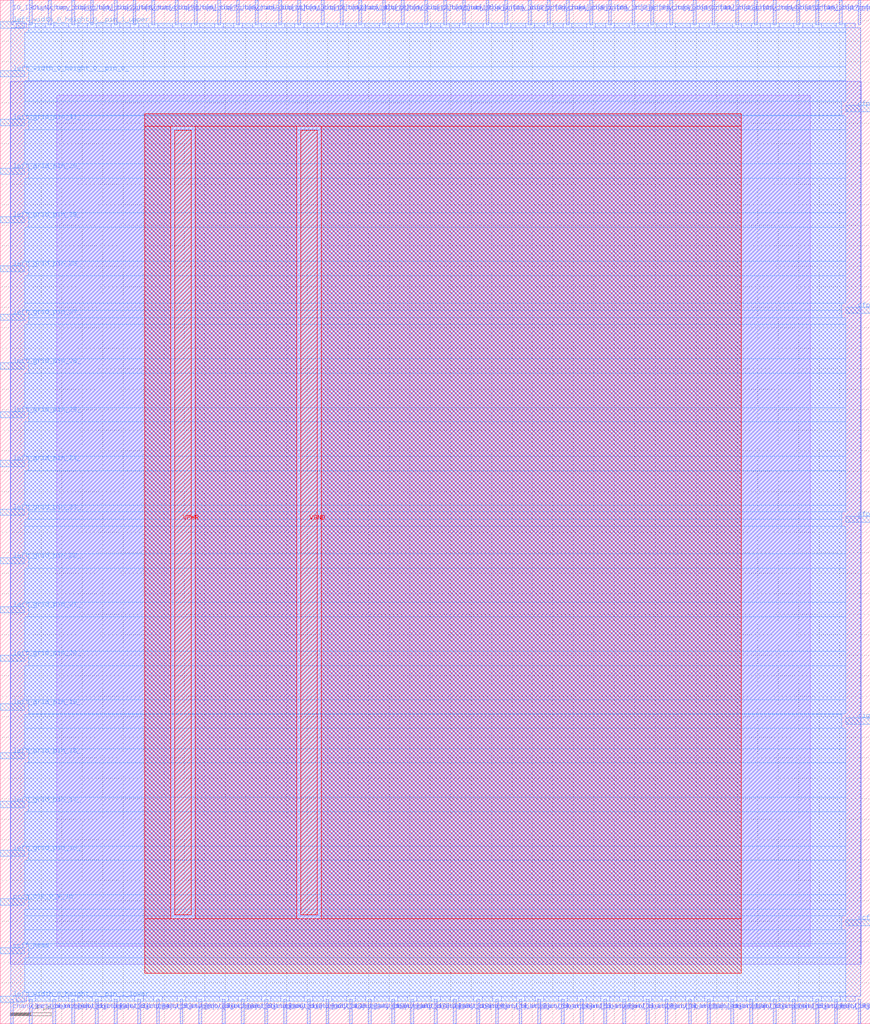
<source format=lef>
VERSION 5.7 ;
  NOWIREEXTENSIONATPIN ON ;
  DIVIDERCHAR "/" ;
  BUSBITCHARS "[]" ;
MACRO cby_2__1_
  CLASS BLOCK ;
  FOREIGN cby_2__1_ ;
  ORIGIN 0.000 0.000 ;
  SIZE 85.000 BY 100.000 ;
  PIN IO_ISOL_N
    DIRECTION INPUT ;
    PORT
      LAYER met2 ;
        RECT 1.010 97.600 1.290 100.000 ;
    END
  END IO_ISOL_N
  PIN ccff_head
    DIRECTION INPUT ;
    PORT
      LAYER met3 ;
        RECT 0.000 6.840 2.400 7.440 ;
    END
  END ccff_head
  PIN ccff_tail
    DIRECTION OUTPUT TRISTATE ;
    PORT
      LAYER met3 ;
        RECT 82.600 9.560 85.000 10.160 ;
    END
  END ccff_tail
  PIN chany_bottom_in[0]
    DIRECTION INPUT ;
    PORT
      LAYER met2 ;
        RECT 42.410 0.000 42.690 2.400 ;
    END
  END chany_bottom_in[0]
  PIN chany_bottom_in[10]
    DIRECTION INPUT ;
    PORT
      LAYER met2 ;
        RECT 63.110 0.000 63.390 2.400 ;
    END
  END chany_bottom_in[10]
  PIN chany_bottom_in[11]
    DIRECTION INPUT ;
    PORT
      LAYER met2 ;
        RECT 64.950 0.000 65.230 2.400 ;
    END
  END chany_bottom_in[11]
  PIN chany_bottom_in[12]
    DIRECTION INPUT ;
    PORT
      LAYER met2 ;
        RECT 67.250 0.000 67.530 2.400 ;
    END
  END chany_bottom_in[12]
  PIN chany_bottom_in[13]
    DIRECTION INPUT ;
    PORT
      LAYER met2 ;
        RECT 69.090 0.000 69.370 2.400 ;
    END
  END chany_bottom_in[13]
  PIN chany_bottom_in[14]
    DIRECTION INPUT ;
    PORT
      LAYER met2 ;
        RECT 71.390 0.000 71.670 2.400 ;
    END
  END chany_bottom_in[14]
  PIN chany_bottom_in[15]
    DIRECTION INPUT ;
    PORT
      LAYER met2 ;
        RECT 73.230 0.000 73.510 2.400 ;
    END
  END chany_bottom_in[15]
  PIN chany_bottom_in[16]
    DIRECTION INPUT ;
    PORT
      LAYER met2 ;
        RECT 75.530 0.000 75.810 2.400 ;
    END
  END chany_bottom_in[16]
  PIN chany_bottom_in[17]
    DIRECTION INPUT ;
    PORT
      LAYER met2 ;
        RECT 77.370 0.000 77.650 2.400 ;
    END
  END chany_bottom_in[17]
  PIN chany_bottom_in[18]
    DIRECTION INPUT ;
    PORT
      LAYER met2 ;
        RECT 79.670 0.000 79.950 2.400 ;
    END
  END chany_bottom_in[18]
  PIN chany_bottom_in[19]
    DIRECTION INPUT ;
    PORT
      LAYER met2 ;
        RECT 81.510 0.000 81.790 2.400 ;
    END
  END chany_bottom_in[19]
  PIN chany_bottom_in[1]
    DIRECTION INPUT ;
    PORT
      LAYER met2 ;
        RECT 44.250 0.000 44.530 2.400 ;
    END
  END chany_bottom_in[1]
  PIN chany_bottom_in[2]
    DIRECTION INPUT ;
    PORT
      LAYER met2 ;
        RECT 46.550 0.000 46.830 2.400 ;
    END
  END chany_bottom_in[2]
  PIN chany_bottom_in[3]
    DIRECTION INPUT ;
    PORT
      LAYER met2 ;
        RECT 48.390 0.000 48.670 2.400 ;
    END
  END chany_bottom_in[3]
  PIN chany_bottom_in[4]
    DIRECTION INPUT ;
    PORT
      LAYER met2 ;
        RECT 50.690 0.000 50.970 2.400 ;
    END
  END chany_bottom_in[4]
  PIN chany_bottom_in[5]
    DIRECTION INPUT ;
    PORT
      LAYER met2 ;
        RECT 52.530 0.000 52.810 2.400 ;
    END
  END chany_bottom_in[5]
  PIN chany_bottom_in[6]
    DIRECTION INPUT ;
    PORT
      LAYER met2 ;
        RECT 54.830 0.000 55.110 2.400 ;
    END
  END chany_bottom_in[6]
  PIN chany_bottom_in[7]
    DIRECTION INPUT ;
    PORT
      LAYER met2 ;
        RECT 56.670 0.000 56.950 2.400 ;
    END
  END chany_bottom_in[7]
  PIN chany_bottom_in[8]
    DIRECTION INPUT ;
    PORT
      LAYER met2 ;
        RECT 58.970 0.000 59.250 2.400 ;
    END
  END chany_bottom_in[8]
  PIN chany_bottom_in[9]
    DIRECTION INPUT ;
    PORT
      LAYER met2 ;
        RECT 60.810 0.000 61.090 2.400 ;
    END
  END chany_bottom_in[9]
  PIN chany_bottom_out[0]
    DIRECTION OUTPUT TRISTATE ;
    PORT
      LAYER met2 ;
        RECT 1.010 0.000 1.290 2.400 ;
    END
  END chany_bottom_out[0]
  PIN chany_bottom_out[10]
    DIRECTION OUTPUT TRISTATE ;
    PORT
      LAYER met2 ;
        RECT 21.710 0.000 21.990 2.400 ;
    END
  END chany_bottom_out[10]
  PIN chany_bottom_out[11]
    DIRECTION OUTPUT TRISTATE ;
    PORT
      LAYER met2 ;
        RECT 23.550 0.000 23.830 2.400 ;
    END
  END chany_bottom_out[11]
  PIN chany_bottom_out[12]
    DIRECTION OUTPUT TRISTATE ;
    PORT
      LAYER met2 ;
        RECT 25.850 0.000 26.130 2.400 ;
    END
  END chany_bottom_out[12]
  PIN chany_bottom_out[13]
    DIRECTION OUTPUT TRISTATE ;
    PORT
      LAYER met2 ;
        RECT 27.690 0.000 27.970 2.400 ;
    END
  END chany_bottom_out[13]
  PIN chany_bottom_out[14]
    DIRECTION OUTPUT TRISTATE ;
    PORT
      LAYER met2 ;
        RECT 29.990 0.000 30.270 2.400 ;
    END
  END chany_bottom_out[14]
  PIN chany_bottom_out[15]
    DIRECTION OUTPUT TRISTATE ;
    PORT
      LAYER met2 ;
        RECT 31.830 0.000 32.110 2.400 ;
    END
  END chany_bottom_out[15]
  PIN chany_bottom_out[16]
    DIRECTION OUTPUT TRISTATE ;
    PORT
      LAYER met2 ;
        RECT 34.130 0.000 34.410 2.400 ;
    END
  END chany_bottom_out[16]
  PIN chany_bottom_out[17]
    DIRECTION OUTPUT TRISTATE ;
    PORT
      LAYER met2 ;
        RECT 35.970 0.000 36.250 2.400 ;
    END
  END chany_bottom_out[17]
  PIN chany_bottom_out[18]
    DIRECTION OUTPUT TRISTATE ;
    PORT
      LAYER met2 ;
        RECT 38.270 0.000 38.550 2.400 ;
    END
  END chany_bottom_out[18]
  PIN chany_bottom_out[19]
    DIRECTION OUTPUT TRISTATE ;
    PORT
      LAYER met2 ;
        RECT 40.110 0.000 40.390 2.400 ;
    END
  END chany_bottom_out[19]
  PIN chany_bottom_out[1]
    DIRECTION OUTPUT TRISTATE ;
    PORT
      LAYER met2 ;
        RECT 2.850 0.000 3.130 2.400 ;
    END
  END chany_bottom_out[1]
  PIN chany_bottom_out[2]
    DIRECTION OUTPUT TRISTATE ;
    PORT
      LAYER met2 ;
        RECT 5.150 0.000 5.430 2.400 ;
    END
  END chany_bottom_out[2]
  PIN chany_bottom_out[3]
    DIRECTION OUTPUT TRISTATE ;
    PORT
      LAYER met2 ;
        RECT 6.990 0.000 7.270 2.400 ;
    END
  END chany_bottom_out[3]
  PIN chany_bottom_out[4]
    DIRECTION OUTPUT TRISTATE ;
    PORT
      LAYER met2 ;
        RECT 9.290 0.000 9.570 2.400 ;
    END
  END chany_bottom_out[4]
  PIN chany_bottom_out[5]
    DIRECTION OUTPUT TRISTATE ;
    PORT
      LAYER met2 ;
        RECT 11.130 0.000 11.410 2.400 ;
    END
  END chany_bottom_out[5]
  PIN chany_bottom_out[6]
    DIRECTION OUTPUT TRISTATE ;
    PORT
      LAYER met2 ;
        RECT 13.430 0.000 13.710 2.400 ;
    END
  END chany_bottom_out[6]
  PIN chany_bottom_out[7]
    DIRECTION OUTPUT TRISTATE ;
    PORT
      LAYER met2 ;
        RECT 15.270 0.000 15.550 2.400 ;
    END
  END chany_bottom_out[7]
  PIN chany_bottom_out[8]
    DIRECTION OUTPUT TRISTATE ;
    PORT
      LAYER met2 ;
        RECT 17.570 0.000 17.850 2.400 ;
    END
  END chany_bottom_out[8]
  PIN chany_bottom_out[9]
    DIRECTION OUTPUT TRISTATE ;
    PORT
      LAYER met2 ;
        RECT 19.410 0.000 19.690 2.400 ;
    END
  END chany_bottom_out[9]
  PIN chany_top_in[0]
    DIRECTION INPUT ;
    PORT
      LAYER met2 ;
        RECT 43.330 97.600 43.610 100.000 ;
    END
  END chany_top_in[0]
  PIN chany_top_in[10]
    DIRECTION INPUT ;
    PORT
      LAYER met2 ;
        RECT 63.570 97.600 63.850 100.000 ;
    END
  END chany_top_in[10]
  PIN chany_top_in[11]
    DIRECTION INPUT ;
    PORT
      LAYER met2 ;
        RECT 65.410 97.600 65.690 100.000 ;
    END
  END chany_top_in[11]
  PIN chany_top_in[12]
    DIRECTION INPUT ;
    PORT
      LAYER met2 ;
        RECT 67.710 97.600 67.990 100.000 ;
    END
  END chany_top_in[12]
  PIN chany_top_in[13]
    DIRECTION INPUT ;
    PORT
      LAYER met2 ;
        RECT 69.550 97.600 69.830 100.000 ;
    END
  END chany_top_in[13]
  PIN chany_top_in[14]
    DIRECTION INPUT ;
    PORT
      LAYER met2 ;
        RECT 71.850 97.600 72.130 100.000 ;
    END
  END chany_top_in[14]
  PIN chany_top_in[15]
    DIRECTION INPUT ;
    PORT
      LAYER met2 ;
        RECT 73.690 97.600 73.970 100.000 ;
    END
  END chany_top_in[15]
  PIN chany_top_in[16]
    DIRECTION INPUT ;
    PORT
      LAYER met2 ;
        RECT 75.530 97.600 75.810 100.000 ;
    END
  END chany_top_in[16]
  PIN chany_top_in[17]
    DIRECTION INPUT ;
    PORT
      LAYER met2 ;
        RECT 77.830 97.600 78.110 100.000 ;
    END
  END chany_top_in[17]
  PIN chany_top_in[18]
    DIRECTION INPUT ;
    PORT
      LAYER met2 ;
        RECT 79.670 97.600 79.950 100.000 ;
    END
  END chany_top_in[18]
  PIN chany_top_in[19]
    DIRECTION INPUT ;
    PORT
      LAYER met2 ;
        RECT 81.970 97.600 82.250 100.000 ;
    END
  END chany_top_in[19]
  PIN chany_top_in[1]
    DIRECTION INPUT ;
    PORT
      LAYER met2 ;
        RECT 45.170 97.600 45.450 100.000 ;
    END
  END chany_top_in[1]
  PIN chany_top_in[2]
    DIRECTION INPUT ;
    PORT
      LAYER met2 ;
        RECT 47.470 97.600 47.750 100.000 ;
    END
  END chany_top_in[2]
  PIN chany_top_in[3]
    DIRECTION INPUT ;
    PORT
      LAYER met2 ;
        RECT 49.310 97.600 49.590 100.000 ;
    END
  END chany_top_in[3]
  PIN chany_top_in[4]
    DIRECTION INPUT ;
    PORT
      LAYER met2 ;
        RECT 51.610 97.600 51.890 100.000 ;
    END
  END chany_top_in[4]
  PIN chany_top_in[5]
    DIRECTION INPUT ;
    PORT
      LAYER met2 ;
        RECT 53.450 97.600 53.730 100.000 ;
    END
  END chany_top_in[5]
  PIN chany_top_in[6]
    DIRECTION INPUT ;
    PORT
      LAYER met2 ;
        RECT 55.290 97.600 55.570 100.000 ;
    END
  END chany_top_in[6]
  PIN chany_top_in[7]
    DIRECTION INPUT ;
    PORT
      LAYER met2 ;
        RECT 57.590 97.600 57.870 100.000 ;
    END
  END chany_top_in[7]
  PIN chany_top_in[8]
    DIRECTION INPUT ;
    PORT
      LAYER met2 ;
        RECT 59.430 97.600 59.710 100.000 ;
    END
  END chany_top_in[8]
  PIN chany_top_in[9]
    DIRECTION INPUT ;
    PORT
      LAYER met2 ;
        RECT 61.730 97.600 62.010 100.000 ;
    END
  END chany_top_in[9]
  PIN chany_top_out[0]
    DIRECTION OUTPUT TRISTATE ;
    PORT
      LAYER met2 ;
        RECT 2.850 97.600 3.130 100.000 ;
    END
  END chany_top_out[0]
  PIN chany_top_out[10]
    DIRECTION OUTPUT TRISTATE ;
    PORT
      LAYER met2 ;
        RECT 23.090 97.600 23.370 100.000 ;
    END
  END chany_top_out[10]
  PIN chany_top_out[11]
    DIRECTION OUTPUT TRISTATE ;
    PORT
      LAYER met2 ;
        RECT 24.930 97.600 25.210 100.000 ;
    END
  END chany_top_out[11]
  PIN chany_top_out[12]
    DIRECTION OUTPUT TRISTATE ;
    PORT
      LAYER met2 ;
        RECT 27.230 97.600 27.510 100.000 ;
    END
  END chany_top_out[12]
  PIN chany_top_out[13]
    DIRECTION OUTPUT TRISTATE ;
    PORT
      LAYER met2 ;
        RECT 29.070 97.600 29.350 100.000 ;
    END
  END chany_top_out[13]
  PIN chany_top_out[14]
    DIRECTION OUTPUT TRISTATE ;
    PORT
      LAYER met2 ;
        RECT 31.370 97.600 31.650 100.000 ;
    END
  END chany_top_out[14]
  PIN chany_top_out[15]
    DIRECTION OUTPUT TRISTATE ;
    PORT
      LAYER met2 ;
        RECT 33.210 97.600 33.490 100.000 ;
    END
  END chany_top_out[15]
  PIN chany_top_out[16]
    DIRECTION OUTPUT TRISTATE ;
    PORT
      LAYER met2 ;
        RECT 35.050 97.600 35.330 100.000 ;
    END
  END chany_top_out[16]
  PIN chany_top_out[17]
    DIRECTION OUTPUT TRISTATE ;
    PORT
      LAYER met2 ;
        RECT 37.350 97.600 37.630 100.000 ;
    END
  END chany_top_out[17]
  PIN chany_top_out[18]
    DIRECTION OUTPUT TRISTATE ;
    PORT
      LAYER met2 ;
        RECT 39.190 97.600 39.470 100.000 ;
    END
  END chany_top_out[18]
  PIN chany_top_out[19]
    DIRECTION OUTPUT TRISTATE ;
    PORT
      LAYER met2 ;
        RECT 41.490 97.600 41.770 100.000 ;
    END
  END chany_top_out[19]
  PIN chany_top_out[1]
    DIRECTION OUTPUT TRISTATE ;
    PORT
      LAYER met2 ;
        RECT 4.690 97.600 4.970 100.000 ;
    END
  END chany_top_out[1]
  PIN chany_top_out[2]
    DIRECTION OUTPUT TRISTATE ;
    PORT
      LAYER met2 ;
        RECT 6.990 97.600 7.270 100.000 ;
    END
  END chany_top_out[2]
  PIN chany_top_out[3]
    DIRECTION OUTPUT TRISTATE ;
    PORT
      LAYER met2 ;
        RECT 8.830 97.600 9.110 100.000 ;
    END
  END chany_top_out[3]
  PIN chany_top_out[4]
    DIRECTION OUTPUT TRISTATE ;
    PORT
      LAYER met2 ;
        RECT 11.130 97.600 11.410 100.000 ;
    END
  END chany_top_out[4]
  PIN chany_top_out[5]
    DIRECTION OUTPUT TRISTATE ;
    PORT
      LAYER met2 ;
        RECT 12.970 97.600 13.250 100.000 ;
    END
  END chany_top_out[5]
  PIN chany_top_out[6]
    DIRECTION OUTPUT TRISTATE ;
    PORT
      LAYER met2 ;
        RECT 14.810 97.600 15.090 100.000 ;
    END
  END chany_top_out[6]
  PIN chany_top_out[7]
    DIRECTION OUTPUT TRISTATE ;
    PORT
      LAYER met2 ;
        RECT 17.110 97.600 17.390 100.000 ;
    END
  END chany_top_out[7]
  PIN chany_top_out[8]
    DIRECTION OUTPUT TRISTATE ;
    PORT
      LAYER met2 ;
        RECT 18.950 97.600 19.230 100.000 ;
    END
  END chany_top_out[8]
  PIN chany_top_out[9]
    DIRECTION OUTPUT TRISTATE ;
    PORT
      LAYER met2 ;
        RECT 21.250 97.600 21.530 100.000 ;
    END
  END chany_top_out[9]
  PIN gfpga_pad_EMBEDDED_IO_HD_SOC_DIR
    DIRECTION OUTPUT TRISTATE ;
    PORT
      LAYER met3 ;
        RECT 82.600 49.000 85.000 49.600 ;
    END
  END gfpga_pad_EMBEDDED_IO_HD_SOC_DIR
  PIN gfpga_pad_EMBEDDED_IO_HD_SOC_IN
    DIRECTION INPUT ;
    PORT
      LAYER met3 ;
        RECT 82.600 69.400 85.000 70.000 ;
    END
  END gfpga_pad_EMBEDDED_IO_HD_SOC_IN
  PIN gfpga_pad_EMBEDDED_IO_HD_SOC_OUT
    DIRECTION OUTPUT TRISTATE ;
    PORT
      LAYER met3 ;
        RECT 82.600 89.120 85.000 89.720 ;
    END
  END gfpga_pad_EMBEDDED_IO_HD_SOC_OUT
  PIN left_grid_pin_16_
    DIRECTION OUTPUT TRISTATE ;
    PORT
      LAYER met3 ;
        RECT 0.000 16.360 2.400 16.960 ;
    END
  END left_grid_pin_16_
  PIN left_grid_pin_17_
    DIRECTION OUTPUT TRISTATE ;
    PORT
      LAYER met3 ;
        RECT 0.000 21.120 2.400 21.720 ;
    END
  END left_grid_pin_17_
  PIN left_grid_pin_18_
    DIRECTION OUTPUT TRISTATE ;
    PORT
      LAYER met3 ;
        RECT 0.000 25.880 2.400 26.480 ;
    END
  END left_grid_pin_18_
  PIN left_grid_pin_19_
    DIRECTION OUTPUT TRISTATE ;
    PORT
      LAYER met3 ;
        RECT 0.000 30.640 2.400 31.240 ;
    END
  END left_grid_pin_19_
  PIN left_grid_pin_20_
    DIRECTION OUTPUT TRISTATE ;
    PORT
      LAYER met3 ;
        RECT 0.000 35.400 2.400 36.000 ;
    END
  END left_grid_pin_20_
  PIN left_grid_pin_21_
    DIRECTION OUTPUT TRISTATE ;
    PORT
      LAYER met3 ;
        RECT 0.000 40.160 2.400 40.760 ;
    END
  END left_grid_pin_21_
  PIN left_grid_pin_22_
    DIRECTION OUTPUT TRISTATE ;
    PORT
      LAYER met3 ;
        RECT 0.000 44.920 2.400 45.520 ;
    END
  END left_grid_pin_22_
  PIN left_grid_pin_23_
    DIRECTION OUTPUT TRISTATE ;
    PORT
      LAYER met3 ;
        RECT 0.000 49.680 2.400 50.280 ;
    END
  END left_grid_pin_23_
  PIN left_grid_pin_24_
    DIRECTION OUTPUT TRISTATE ;
    PORT
      LAYER met3 ;
        RECT 0.000 54.440 2.400 55.040 ;
    END
  END left_grid_pin_24_
  PIN left_grid_pin_25_
    DIRECTION OUTPUT TRISTATE ;
    PORT
      LAYER met3 ;
        RECT 0.000 59.200 2.400 59.800 ;
    END
  END left_grid_pin_25_
  PIN left_grid_pin_26_
    DIRECTION OUTPUT TRISTATE ;
    PORT
      LAYER met3 ;
        RECT 0.000 63.960 2.400 64.560 ;
    END
  END left_grid_pin_26_
  PIN left_grid_pin_27_
    DIRECTION OUTPUT TRISTATE ;
    PORT
      LAYER met3 ;
        RECT 0.000 68.720 2.400 69.320 ;
    END
  END left_grid_pin_27_
  PIN left_grid_pin_28_
    DIRECTION OUTPUT TRISTATE ;
    PORT
      LAYER met3 ;
        RECT 0.000 73.480 2.400 74.080 ;
    END
  END left_grid_pin_28_
  PIN left_grid_pin_29_
    DIRECTION OUTPUT TRISTATE ;
    PORT
      LAYER met3 ;
        RECT 0.000 78.240 2.400 78.840 ;
    END
  END left_grid_pin_29_
  PIN left_grid_pin_30_
    DIRECTION OUTPUT TRISTATE ;
    PORT
      LAYER met3 ;
        RECT 0.000 83.000 2.400 83.600 ;
    END
  END left_grid_pin_30_
  PIN left_grid_pin_31_
    DIRECTION OUTPUT TRISTATE ;
    PORT
      LAYER met3 ;
        RECT 0.000 87.760 2.400 88.360 ;
    END
  END left_grid_pin_31_
  PIN left_width_0_height_0__pin_0_
    DIRECTION INPUT ;
    PORT
      LAYER met3 ;
        RECT 0.000 92.520 2.400 93.120 ;
    END
  END left_width_0_height_0__pin_0_
  PIN left_width_0_height_0__pin_1_lower
    DIRECTION OUTPUT TRISTATE ;
    PORT
      LAYER met3 ;
        RECT 0.000 2.080 2.400 2.680 ;
    END
  END left_width_0_height_0__pin_1_lower
  PIN left_width_0_height_0__pin_1_upper
    DIRECTION OUTPUT TRISTATE ;
    PORT
      LAYER met3 ;
        RECT 0.000 97.280 2.400 97.880 ;
    END
  END left_width_0_height_0__pin_1_upper
  PIN prog_clk_0_N_out
    DIRECTION OUTPUT TRISTATE ;
    PORT
      LAYER met2 ;
        RECT 83.810 97.600 84.090 100.000 ;
    END
  END prog_clk_0_N_out
  PIN prog_clk_0_S_out
    DIRECTION OUTPUT TRISTATE ;
    PORT
      LAYER met2 ;
        RECT 83.810 0.000 84.090 2.400 ;
    END
  END prog_clk_0_S_out
  PIN prog_clk_0_W_in
    DIRECTION INPUT ;
    PORT
      LAYER met3 ;
        RECT 0.000 11.600 2.400 12.200 ;
    END
  END prog_clk_0_W_in
  PIN right_grid_pin_0_
    DIRECTION OUTPUT TRISTATE ;
    PORT
      LAYER met3 ;
        RECT 82.600 29.280 85.000 29.880 ;
    END
  END right_grid_pin_0_
  PIN VPWR
    DIRECTION INPUT ;
    USE POWER ;
    PORT
      LAYER met4 ;
        RECT 17.045 10.640 18.645 87.280 ;
    END
  END VPWR
  PIN VGND
    DIRECTION INPUT ;
    USE GROUND ;
    PORT
      LAYER met4 ;
        RECT 29.375 10.640 30.975 87.280 ;
    END
  END VGND
  OBS
      LAYER li1 ;
        RECT 5.520 7.565 79.120 90.695 ;
      LAYER met1 ;
        RECT 0.990 5.820 84.110 92.100 ;
      LAYER met2 ;
        RECT 1.570 97.320 2.570 97.765 ;
        RECT 3.410 97.320 4.410 97.765 ;
        RECT 5.250 97.320 6.710 97.765 ;
        RECT 7.550 97.320 8.550 97.765 ;
        RECT 9.390 97.320 10.850 97.765 ;
        RECT 11.690 97.320 12.690 97.765 ;
        RECT 13.530 97.320 14.530 97.765 ;
        RECT 15.370 97.320 16.830 97.765 ;
        RECT 17.670 97.320 18.670 97.765 ;
        RECT 19.510 97.320 20.970 97.765 ;
        RECT 21.810 97.320 22.810 97.765 ;
        RECT 23.650 97.320 24.650 97.765 ;
        RECT 25.490 97.320 26.950 97.765 ;
        RECT 27.790 97.320 28.790 97.765 ;
        RECT 29.630 97.320 31.090 97.765 ;
        RECT 31.930 97.320 32.930 97.765 ;
        RECT 33.770 97.320 34.770 97.765 ;
        RECT 35.610 97.320 37.070 97.765 ;
        RECT 37.910 97.320 38.910 97.765 ;
        RECT 39.750 97.320 41.210 97.765 ;
        RECT 42.050 97.320 43.050 97.765 ;
        RECT 43.890 97.320 44.890 97.765 ;
        RECT 45.730 97.320 47.190 97.765 ;
        RECT 48.030 97.320 49.030 97.765 ;
        RECT 49.870 97.320 51.330 97.765 ;
        RECT 52.170 97.320 53.170 97.765 ;
        RECT 54.010 97.320 55.010 97.765 ;
        RECT 55.850 97.320 57.310 97.765 ;
        RECT 58.150 97.320 59.150 97.765 ;
        RECT 59.990 97.320 61.450 97.765 ;
        RECT 62.290 97.320 63.290 97.765 ;
        RECT 64.130 97.320 65.130 97.765 ;
        RECT 65.970 97.320 67.430 97.765 ;
        RECT 68.270 97.320 69.270 97.765 ;
        RECT 70.110 97.320 71.570 97.765 ;
        RECT 72.410 97.320 73.410 97.765 ;
        RECT 74.250 97.320 75.250 97.765 ;
        RECT 76.090 97.320 77.550 97.765 ;
        RECT 78.390 97.320 79.390 97.765 ;
        RECT 80.230 97.320 81.690 97.765 ;
        RECT 82.530 97.320 83.530 97.765 ;
        RECT 1.020 2.680 84.080 97.320 ;
        RECT 1.570 2.195 2.570 2.680 ;
        RECT 3.410 2.195 4.870 2.680 ;
        RECT 5.710 2.195 6.710 2.680 ;
        RECT 7.550 2.195 9.010 2.680 ;
        RECT 9.850 2.195 10.850 2.680 ;
        RECT 11.690 2.195 13.150 2.680 ;
        RECT 13.990 2.195 14.990 2.680 ;
        RECT 15.830 2.195 17.290 2.680 ;
        RECT 18.130 2.195 19.130 2.680 ;
        RECT 19.970 2.195 21.430 2.680 ;
        RECT 22.270 2.195 23.270 2.680 ;
        RECT 24.110 2.195 25.570 2.680 ;
        RECT 26.410 2.195 27.410 2.680 ;
        RECT 28.250 2.195 29.710 2.680 ;
        RECT 30.550 2.195 31.550 2.680 ;
        RECT 32.390 2.195 33.850 2.680 ;
        RECT 34.690 2.195 35.690 2.680 ;
        RECT 36.530 2.195 37.990 2.680 ;
        RECT 38.830 2.195 39.830 2.680 ;
        RECT 40.670 2.195 42.130 2.680 ;
        RECT 42.970 2.195 43.970 2.680 ;
        RECT 44.810 2.195 46.270 2.680 ;
        RECT 47.110 2.195 48.110 2.680 ;
        RECT 48.950 2.195 50.410 2.680 ;
        RECT 51.250 2.195 52.250 2.680 ;
        RECT 53.090 2.195 54.550 2.680 ;
        RECT 55.390 2.195 56.390 2.680 ;
        RECT 57.230 2.195 58.690 2.680 ;
        RECT 59.530 2.195 60.530 2.680 ;
        RECT 61.370 2.195 62.830 2.680 ;
        RECT 63.670 2.195 64.670 2.680 ;
        RECT 65.510 2.195 66.970 2.680 ;
        RECT 67.810 2.195 68.810 2.680 ;
        RECT 69.650 2.195 71.110 2.680 ;
        RECT 71.950 2.195 72.950 2.680 ;
        RECT 73.790 2.195 75.250 2.680 ;
        RECT 76.090 2.195 77.090 2.680 ;
        RECT 77.930 2.195 79.390 2.680 ;
        RECT 80.230 2.195 81.230 2.680 ;
        RECT 82.070 2.195 83.530 2.680 ;
      LAYER met3 ;
        RECT 2.800 96.880 82.600 97.745 ;
        RECT 2.400 93.520 82.600 96.880 ;
        RECT 2.800 92.120 82.600 93.520 ;
        RECT 2.400 90.120 82.600 92.120 ;
        RECT 2.400 88.760 82.200 90.120 ;
        RECT 2.800 88.720 82.200 88.760 ;
        RECT 2.800 87.360 82.600 88.720 ;
        RECT 2.400 84.000 82.600 87.360 ;
        RECT 2.800 82.600 82.600 84.000 ;
        RECT 2.400 79.240 82.600 82.600 ;
        RECT 2.800 77.840 82.600 79.240 ;
        RECT 2.400 74.480 82.600 77.840 ;
        RECT 2.800 73.080 82.600 74.480 ;
        RECT 2.400 70.400 82.600 73.080 ;
        RECT 2.400 69.720 82.200 70.400 ;
        RECT 2.800 69.000 82.200 69.720 ;
        RECT 2.800 68.320 82.600 69.000 ;
        RECT 2.400 64.960 82.600 68.320 ;
        RECT 2.800 63.560 82.600 64.960 ;
        RECT 2.400 60.200 82.600 63.560 ;
        RECT 2.800 58.800 82.600 60.200 ;
        RECT 2.400 55.440 82.600 58.800 ;
        RECT 2.800 54.040 82.600 55.440 ;
        RECT 2.400 50.680 82.600 54.040 ;
        RECT 2.800 50.000 82.600 50.680 ;
        RECT 2.800 49.280 82.200 50.000 ;
        RECT 2.400 48.600 82.200 49.280 ;
        RECT 2.400 45.920 82.600 48.600 ;
        RECT 2.800 44.520 82.600 45.920 ;
        RECT 2.400 41.160 82.600 44.520 ;
        RECT 2.800 39.760 82.600 41.160 ;
        RECT 2.400 36.400 82.600 39.760 ;
        RECT 2.800 35.000 82.600 36.400 ;
        RECT 2.400 31.640 82.600 35.000 ;
        RECT 2.800 30.280 82.600 31.640 ;
        RECT 2.800 30.240 82.200 30.280 ;
        RECT 2.400 28.880 82.200 30.240 ;
        RECT 2.400 26.880 82.600 28.880 ;
        RECT 2.800 25.480 82.600 26.880 ;
        RECT 2.400 22.120 82.600 25.480 ;
        RECT 2.800 20.720 82.600 22.120 ;
        RECT 2.400 17.360 82.600 20.720 ;
        RECT 2.800 15.960 82.600 17.360 ;
        RECT 2.400 12.600 82.600 15.960 ;
        RECT 2.800 11.200 82.600 12.600 ;
        RECT 2.400 10.560 82.600 11.200 ;
        RECT 2.400 9.160 82.200 10.560 ;
        RECT 2.400 7.840 82.600 9.160 ;
        RECT 2.800 6.440 82.600 7.840 ;
        RECT 2.400 3.080 82.600 6.440 ;
        RECT 2.800 2.215 82.600 3.080 ;
      LAYER met4 ;
        RECT 14.095 87.680 72.385 88.905 ;
        RECT 14.095 10.240 16.645 87.680 ;
        RECT 19.045 10.240 28.975 87.680 ;
        RECT 31.375 10.240 72.385 87.680 ;
        RECT 14.095 4.935 72.385 10.240 ;
  END
END cby_2__1_
END LIBRARY


</source>
